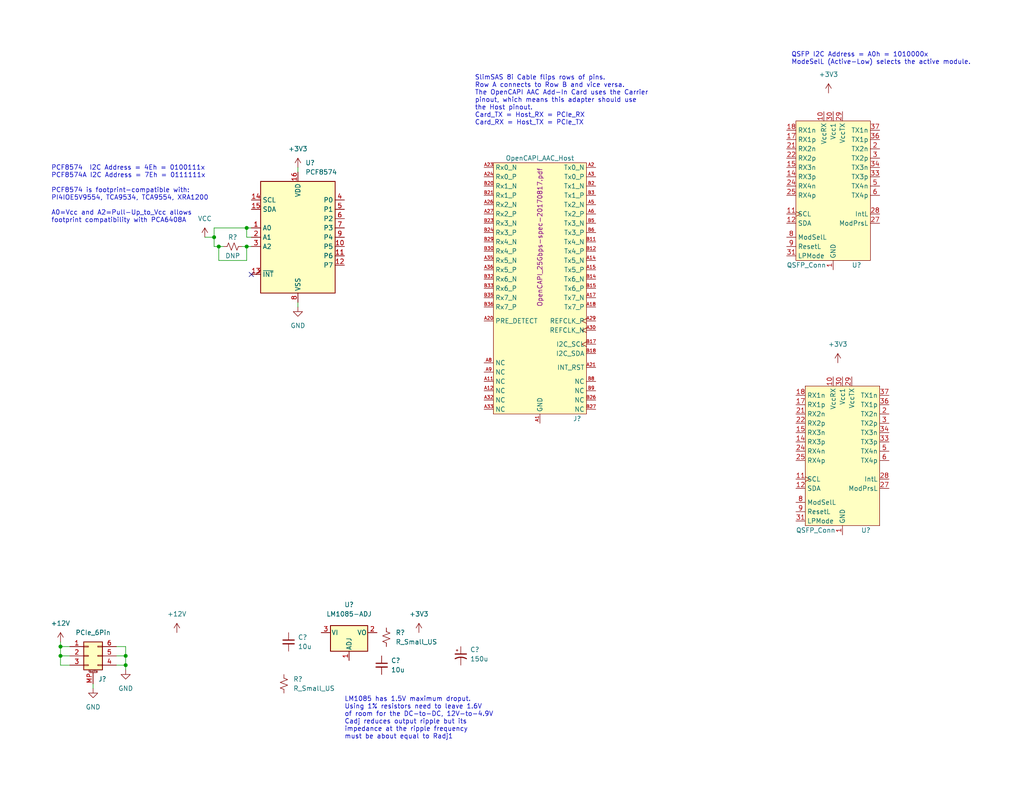
<source format=kicad_sch>
(kicad_sch (version 20211123) (generator eeschema)
  (paper "USLetter")
  (title_block (title "OpenCAPI to QSFP Adapter") (company "mwrnd") (comment 1 "github.com/mwrnd/OpenCAPI-to-QSFP_Adapter"))
  (lib_symbols
    (symbol "Connector_Generic_MountingPin:Conn_02x03_Counter_Clockwise_MountingPin" (pin_names (offset 1.016) hide)
      (property "Reference" "J" (at 1.27 5.08 0))
      (property "Value" "Conn_02x03_Counter_Clockwise_MountingPin" (at 2.54 -5.08 0))
      (symbol "Conn_02x03_Counter_Clockwise_MountingPin_1_1"
        (rectangle (start -1.27 -2.413) (end 0 -2.667) (stroke (width 0.1524)))
        (rectangle (start -1.27 0.127) (end 0 -0.127) (stroke (width 0.1524)))
        (rectangle (start -1.27 2.667) (end 0 2.413) (stroke (width 0.1524)))
        (rectangle (start -1.27 3.81) (end 3.81 -3.81) (stroke (width 0.254)) (fill (type background)))
        (polyline (pts (xy 0.254 -4.572) (xy 2.286 -4.572)) (stroke (width 0.1524)))
        (rectangle (start 3.81 -2.413) (end 2.54 -2.667) (stroke (width 0.1524)))
        (rectangle (start 3.81 0.127) (end 2.54 -0.127) (stroke (width 0.1524)))
        (rectangle (start 3.81 2.667) (end 2.54 2.413) (stroke (width 0.1524)))
        (text "Mounting" (at 1.27 -4.191 0) (effects (font (size 0.381 0.381))))
        (pin passive line (at -5.08 2.54 0) (length 3.81) (name "Pin_1") (number "1"))
        (pin passive line (at -5.08 0 0) (length 3.81) (name "Pin_2") (number "2"))
        (pin passive line (at -5.08 -2.54 0) (length 3.81) (name "Pin_3") (number "3"))
        (pin passive line (at 7.62 -2.54 180) (length 3.81) (name "Pin_4") (number "4"))
        (pin passive line (at 7.62 0 180) (length 3.81) (name "Pin_5") (number "5"))
        (pin passive line (at 7.62 2.54 180) (length 3.81) (name "Pin_6") (number "6"))
        (pin passive line (at 1.27 -7.62 90) (length 3.048) (name "MountPin") (number "MP"))
      )
    )
    (symbol "Device:C_Polarized_Small_US" (pin_numbers hide) (pin_names (offset 0.254) hide)
      (property "Reference" "C" (at 0.254 1.778 0))
      (property "Value" "C_Polarized_Small_US" (at 0.254 -2.032 0))
      (symbol "C_Polarized_Small_US_0_1"
        (polyline (pts (xy -1.524 0.508) (xy 1.524 0.508)) (stroke (width 0.3048)))
        (polyline (pts (xy -1.27 1.524) (xy -0.762 1.524)))
        (polyline (pts (xy -1.016 1.27) (xy -1.016 1.778)))
        (arc (start 1.524 -0.762) (mid 0 -0.3734) (end -1.524 -0.762) (stroke (width 0.3048)))
      )
      (symbol "C_Polarized_Small_US_1_1"
        (pin passive line (at 0 2.54 270) (length 2.032) (name "~") (number "1"))
        (pin passive line (at 0 -2.54 90) (length 2.032) (name "~") (number "2"))
      )
    )
    (symbol "Device:C_Small" (pin_numbers hide) (pin_names (offset 0.254) hide)
      (property "Reference" "C" (at 0.254 1.778 0))
      (property "Value" "C_Small" (at 0.254 -2.032 0))
      (symbol "C_Small_0_1"
        (polyline (pts (xy -1.524 -0.508) (xy 1.524 -0.508)) (stroke (width 0.3302)))
        (polyline (pts (xy -1.524 0.508) (xy 1.524 0.508)) (stroke (width 0.3048)))
      )
      (symbol "C_Small_1_1"
        (pin passive line (at 0 2.54 270) (length 2.032) (name "~") (number "1"))
        (pin passive line (at 0 -2.54 90) (length 2.032) (name "~") (number "2"))
      )
    )
    (symbol "Device:R_Small_US" (pin_numbers hide) (pin_names (offset 0.254) hide)
      (property "Reference" "R" (at 0.762 0.508 0))
      (property "Value" "R_Small_US" (at 0.762 -1.016 0))
      (symbol "R_Small_US_1_1"
        (polyline (pts (xy 0 0) (xy 1.016 -0.381) (xy 0 -0.762) (xy -1.016 -1.143) (xy 0 -1.524)))
        (polyline (pts (xy 0 1.524) (xy 1.016 1.143) (xy 0 0.762) (xy -1.016 0.381) (xy 0 0)))
        (pin passive line (at 0 2.54 270) (length 1.016) (name "~") (number "1"))
        (pin passive line (at 0 -2.54 90) (length 1.016) (name "~") (number "2"))
      )
    )
    (symbol "Interface_Expansion:PCF8574"
      (property "Reference" "U" (at -8.89 16.51 0))
      (property "Value" "PCF8574" (at 2.54 16.51 0))
      (symbol "PCF8574_0_1"
        (rectangle (start -10.16 15.24) (end 10.16 -15.24) (stroke (width 0.254)) (fill (type background)))
      )
      (symbol "PCF8574_1_1"
        (pin input line (at -12.7 2.54 0) (length 2.54) (name "A0") (number "1"))
        (pin bidirectional line (at 12.7 -2.54 180) (length 2.54) (name "P5") (number "10"))
        (pin bidirectional line (at 12.7 -5.08 180) (length 2.54) (name "P6") (number "11"))
        (pin bidirectional line (at 12.7 -7.62 180) (length 2.54) (name "P7") (number "12"))
        (pin open_collector output_low (at -12.7 -10.16 0) (length 2.54) (name "~{INT}") (number "13"))
        (pin input line (at -12.7 10.16 0) (length 2.54) (name "SCL") (number "14"))
        (pin bidirectional line (at -12.7 7.62 0) (length 2.54) (name "SDA") (number "15"))
        (pin power_in line (at 0 17.78 270) (length 2.54) (name "VDD") (number "16"))
        (pin input line (at -12.7 0 0) (length 2.54) (name "A1") (number "2"))
        (pin input line (at -12.7 -2.54 0) (length 2.54) (name "A2") (number "3"))
        (pin bidirectional line (at 12.7 10.16 180) (length 2.54) (name "P0") (number "4"))
        (pin bidirectional line (at 12.7 7.62 180) (length 2.54) (name "P1") (number "5"))
        (pin bidirectional line (at 12.7 5.08 180) (length 2.54) (name "P2") (number "6"))
        (pin bidirectional line (at 12.7 2.54 180) (length 2.54) (name "P3") (number "7"))
        (pin power_in line (at 0 -17.78 90) (length 2.54) (name "VSS") (number "8"))
        (pin bidirectional line (at 12.7 0 180) (length 2.54) (name "P4") (number "9"))
      )
    )
    (symbol "OpenCAPI_AAC:OpenCAPI_AAC_Host"
      (property "Reference" "J" (at 10.16 -35.56 0))
      (property "Value" "OpenCAPI_AAC_Host" (at 0 35.56 0))
      (property "Datasheet" "OpenCAPI_25Gbps-spec-20170817.pdf" (at 0 12.7 90))
      (symbol "OpenCAPI_AAC_Host_0_1"
        (rectangle (start -12.7 34.29) (end 12.7 -34.29) (fill (type background)))
      )
      (symbol "OpenCAPI_AAC_Host_1_1"
        (pin power_in line (at 0 -36.83 90) (length 2.54) (name "GND") (number "A1"))
        (pin passive line (at 0 -36.83 90) (length 2.54) hide (name "GND") (number "A10"))
        (pin unspecified line (at -15.24 -25.4 0) (length 2.54) (name "NC") (number "A11"))
        (pin unspecified line (at -15.24 -27.94 0) (length 2.54) (name "NC") (number "A12"))
        (pin passive line (at 0 -36.83 90) (length 2.54) hide (name "GND") (number "A13"))
        (pin output line (at 15.24 7.62 180) (length 2.54) (name "Tx5_N") (number "A14"))
        (pin output line (at 15.24 5.08 180) (length 2.54) (name "Tx5_P") (number "A15"))
        (pin passive line (at 0 -36.83 90) (length 2.54) hide (name "GND") (number "A16"))
        (pin output line (at 15.24 -2.54 180) (length 2.54) (name "Tx7_N") (number "A17"))
        (pin output line (at 15.24 -5.08 180) (length 2.54) (name "Tx7_P") (number "A18"))
        (pin passive line (at 0 -36.83 90) (length 2.54) hide (name "GND") (number "A19"))
        (pin output line (at 15.24 33.02 180) (length 2.54) (name "Tx0_N") (number "A2"))
        (pin input line (at -15.24 -8.89 0) (length 2.54) (name "PRE_DETECT") (number "A20"))
        (pin output line (at 15.24 -21.59 180) (length 2.54) (name "INT_RST") (number "A21"))
        (pin passive line (at 0 -36.83 90) (length 2.54) hide (name "GND") (number "A22"))
        (pin input line (at -15.24 33.02 0) (length 2.54) (name "Rx0_N") (number "A23"))
        (pin input line (at -15.24 30.48 0) (length 2.54) (name "Rx0_P") (number "A24"))
        (pin passive line (at 0 -36.83 90) (length 2.54) hide (name "GND") (number "A25"))
        (pin input line (at -15.24 22.86 0) (length 2.54) (name "Rx2_N") (number "A26"))
        (pin input line (at -15.24 20.32 0) (length 2.54) (name "Rx2_P") (number "A27"))
        (pin passive line (at 0 -36.83 90) (length 2.54) hide (name "GND") (number "A28"))
        (pin output clock (at 15.24 -8.89 180) (length 2.54) (name "REFCLK_P") (number "A29"))
        (pin output line (at 15.24 30.48 180) (length 2.54) (name "Tx0_P") (number "A3"))
        (pin output clock (at 15.24 -11.43 180) (length 2.54) (name "REFCLK_N") (number "A30"))
        (pin passive line (at 0 -36.83 90) (length 2.54) hide (name "GND") (number "A31"))
        (pin unspecified line (at -15.24 -30.48 0) (length 2.54) (name "NC") (number "A32"))
        (pin unspecified line (at -15.24 -33.02 0) (length 2.54) (name "NC") (number "A33"))
        (pin passive line (at 0 -36.83 90) (length 2.54) hide (name "GND") (number "A34"))
        (pin input line (at -15.24 7.62 0) (length 2.54) (name "Rx5_N") (number "A35"))
        (pin input line (at -15.24 5.08 0) (length 2.54) (name "Rx5_P") (number "A36"))
        (pin passive line (at 0 -36.83 90) (length 2.54) hide (name "GND") (number "A37"))
        (pin passive line (at 0 -36.83 90) (length 2.54) hide (name "GND") (number "A4"))
        (pin output line (at 15.24 22.86 180) (length 2.54) (name "Tx2_N") (number "A5"))
        (pin output line (at 15.24 20.32 180) (length 2.54) (name "Tx2_P") (number "A6"))
        (pin passive line (at 0 -36.83 90) (length 2.54) hide (name "GND") (number "A7"))
        (pin unspecified line (at -15.24 -20.32 0) (length 2.54) (name "NC") (number "A8"))
        (pin unspecified line (at -15.24 -22.86 0) (length 2.54) (name "NC") (number "A9"))
        (pin passive line (at 0 -36.83 90) (length 2.54) hide (name "GND") (number "B1"))
        (pin passive line (at 0 -36.83 90) (length 2.54) hide (name "GND") (number "B10"))
        (pin output line (at 15.24 12.7 180) (length 2.54) (name "Tx4_N") (number "B11"))
        (pin output line (at 15.24 10.16 180) (length 2.54) (name "Tx4_P") (number "B12"))
        (pin passive line (at 0 -36.83 90) (length 2.54) hide (name "GND") (number "B13"))
        (pin output line (at 15.24 2.54 180) (length 2.54) (name "Tx6_N") (number "B14"))
        (pin output line (at 15.24 0 180) (length 2.54) (name "Tx6_P") (number "B15"))
        (pin passive line (at 0 -36.83 90) (length 2.54) hide (name "GND") (number "B16"))
        (pin output clock (at 15.24 -15.24 180) (length 2.54) (name "I2C_SCL") (number "B17"))
        (pin bidirectional line (at 15.24 -17.78 180) (length 2.54) (name "I2C_SDA") (number "B18"))
        (pin passive line (at 0 -36.83 90) (length 2.54) hide (name "GND") (number "B19"))
        (pin output line (at 15.24 27.94 180) (length 2.54) (name "Tx1_N") (number "B2"))
        (pin input line (at -15.24 27.94 0) (length 2.54) (name "Rx1_N") (number "B20"))
        (pin input line (at -15.24 25.4 0) (length 2.54) (name "Rx1_P") (number "B21"))
        (pin passive line (at 0 -36.83 90) (length 2.54) hide (name "GND") (number "B22"))
        (pin input line (at -15.24 17.78 0) (length 2.54) (name "Rx3_N") (number "B23"))
        (pin input line (at -15.24 15.24 0) (length 2.54) (name "Rx3_P") (number "B24"))
        (pin passive line (at 0 -36.83 90) (length 2.54) hide (name "GND") (number "B25"))
        (pin unspecified line (at 15.24 -30.48 180) (length 2.54) (name "NC") (number "B26"))
        (pin unspecified line (at 15.24 -33.02 180) (length 2.54) (name "NC") (number "B27"))
        (pin passive line (at 0 -36.83 90) (length 2.54) hide (name "GND") (number "B28"))
        (pin input line (at -15.24 12.7 0) (length 2.54) (name "Rx4_N") (number "B29"))
        (pin output line (at 15.24 25.4 180) (length 2.54) (name "Tx1_P") (number "B3"))
        (pin input line (at -15.24 10.16 0) (length 2.54) (name "Rx4_P") (number "B30"))
        (pin passive line (at 0 -36.83 90) (length 2.54) hide (name "GND") (number "B31"))
        (pin input line (at -15.24 2.54 0) (length 2.54) (name "Rx6_N") (number "B32"))
        (pin input line (at -15.24 0 0) (length 2.54) (name "Rx6_P") (number "B33"))
        (pin passive line (at 0 -36.83 90) (length 2.54) hide (name "GND") (number "B34"))
        (pin input line (at -15.24 -2.54 0) (length 2.54) (name "Rx7_N") (number "B35"))
        (pin input line (at -15.24 -5.08 0) (length 2.54) (name "Rx7_P") (number "B36"))
        (pin passive line (at 0 -36.83 90) (length 2.54) hide (name "GND") (number "B37"))
        (pin passive line (at 0 -36.83 90) (length 2.54) hide (name "GND") (number "B4"))
        (pin output line (at 15.24 17.78 180) (length 2.54) (name "Tx3_N") (number "B5"))
        (pin output line (at 15.24 15.24 180) (length 2.54) (name "Tx3_P") (number "B6"))
        (pin passive line (at 0 -36.83 90) (length 2.54) hide (name "GND") (number "B7"))
        (pin unspecified line (at 15.24 -25.4 180) (length 2.54) (name "NC") (number "B8"))
        (pin unspecified line (at 15.24 -27.94 180) (length 2.54) (name "NC") (number "B9"))
      )
    )
    (symbol "QSFP:QSFP_Conn"
      (property "Reference" "U" (at 7.62 -20.32 0))
      (property "Value" "QSFP_Conn" (at -7.62 -20.32 0))
      (symbol "QSFP_Conn_0_1"
        (rectangle (start 10.16 19.05) (end -10.16 -19.05) (fill (type background)))
      )
      (symbol "QSFP_Conn_1_1"
        (pin power_in line (at 0 -21.59 90) (length 2.54) (name "GND") (number "1"))
        (pin power_in line (at -2.54 21.59 270) (length 2.54) (name "VccRX") (number "10"))
        (pin input clock (at -12.7 -6.35 0) (length 2.54) (name "SCL") (number "11"))
        (pin bidirectional line (at -12.7 -8.89 0) (length 2.54) (name "SDA") (number "12"))
        (pin passive line (at 0 -21.59 90) (length 2.54) hide (name "GND") (number "13"))
        (pin input line (at -12.7 3.81 0) (length 2.54) (name "RX3p") (number "14"))
        (pin input line (at -12.7 6.35 0) (length 2.54) (name "RX3n") (number "15"))
        (pin passive line (at 0 -21.59 90) (length 2.54) hide (name "GND") (number "16"))
        (pin input line (at -12.7 13.97 0) (length 2.54) (name "RX1p") (number "17"))
        (pin input line (at -12.7 16.51 0) (length 2.54) (name "RX1n") (number "18"))
        (pin passive line (at 0 -21.59 90) (length 2.54) hide (name "GND") (number "19"))
        (pin output line (at 12.7 11.43 180) (length 2.54) (name "TX2n") (number "2"))
        (pin passive line (at 0 -21.59 90) (length 2.54) hide (name "GND") (number "20"))
        (pin input line (at -12.7 11.43 0) (length 2.54) (name "RX2n") (number "21"))
        (pin input line (at -12.7 8.89 0) (length 2.54) (name "RX2p") (number "22"))
        (pin passive line (at 0 -21.59 90) (length 2.54) hide (name "GND") (number "23"))
        (pin input line (at -12.7 1.27 0) (length 2.54) (name "RX4n") (number "24"))
        (pin input line (at -12.7 -1.27 0) (length 2.54) (name "RX4p") (number "25"))
        (pin passive line (at 0 -21.59 90) (length 2.54) hide (name "GND") (number "26"))
        (pin passive line (at 12.7 -8.89 180) (length 2.54) (name "ModPrsL") (number "27"))
        (pin output line (at 12.7 -6.35 180) (length 2.54) (name "IntL") (number "28"))
        (pin power_in line (at 2.54 21.59 270) (length 2.54) (name "VccTX") (number "29"))
        (pin output line (at 12.7 8.89 180) (length 2.54) (name "TX2p") (number "3"))
        (pin power_in line (at 0 21.59 270) (length 2.54) (name "Vcc1") (number "30"))
        (pin input line (at -12.7 -17.78 0) (length 2.54) (name "LPMode") (number "31"))
        (pin passive line (at 0 -21.59 90) (length 2.54) hide (name "GND") (number "32"))
        (pin output line (at 12.7 3.81 180) (length 2.54) (name "TX3p") (number "33"))
        (pin output line (at 12.7 6.35 180) (length 2.54) (name "TX3n") (number "34"))
        (pin passive line (at 0 -21.59 90) (length 2.54) hide (name "GND") (number "35"))
        (pin output line (at 12.7 13.97 180) (length 2.54) (name "TX1p") (number "36"))
        (pin output line (at 12.7 16.51 180) (length 2.54) (name "TX1n") (number "37"))
        (pin passive line (at 0 -21.59 90) (length 2.54) hide (name "GND") (number "38"))
        (pin passive line (at 0 -21.59 90) (length 2.54) hide (name "GND") (number "4"))
        (pin output line (at 12.7 1.27 180) (length 2.54) (name "TX4n") (number "5"))
        (pin output line (at 12.7 -1.27 180) (length 2.54) (name "TX4p") (number "6"))
        (pin passive line (at 0 -21.59 90) (length 2.54) hide (name "GND") (number "7"))
        (pin input line (at -12.7 -12.7 0) (length 2.54) (name "ModSelL") (number "8"))
        (pin input line (at -12.7 -15.24 0) (length 2.54) (name "ResetL") (number "9"))
      )
    )
    (symbol "Regulator_Linear:LM1085-ADJ" (pin_names (offset 0.254))
      (property "Reference" "U" (at -3.81 3.175 0))
      (property "Value" "LM1085-ADJ" (at 0 3.175 0))
      (symbol "LM1085-ADJ_0_1"
        (rectangle (start -5.08 1.905) (end 5.08 -5.08) (stroke (width 0.254)) (fill (type background)))
      )
      (symbol "LM1085-ADJ_1_1"
        (pin input line (at 0 -7.62 90) (length 2.54) (name "ADJ") (number "1"))
        (pin power_out line (at 7.62 0 180) (length 2.54) (name "VO") (number "2"))
        (pin power_in line (at -7.62 0 0) (length 2.54) (name "VI") (number "3"))
      )
    )
    (symbol "power:+12V" (power) (pin_names (offset 0))
      (property "Value" "+12V" (at 0 3.556 0))
      (symbol "+12V_0_1"
        (polyline (pts (xy -0.762 1.27) (xy 0 2.54)))
        (polyline (pts (xy 0 0) (xy 0 2.54)))
        (polyline (pts (xy 0 2.54) (xy 0.762 1.27)))
      )
      (symbol "+12V_1_1"
        (pin power_in line (at 0 0 90) (length 0) hide (name "+12V") (number "1"))
      )
    )
    (symbol "power:+3V3" (power) (pin_names (offset 0))
      (property "Value" "+3V3" (at 0 3.556 0))
      (symbol "+3V3_0_1"
        (polyline (pts (xy -0.762 1.27) (xy 0 2.54)))
        (polyline (pts (xy 0 0) (xy 0 2.54)))
        (polyline (pts (xy 0 2.54) (xy 0.762 1.27)))
      )
      (symbol "+3V3_1_1"
        (pin power_in line (at 0 0 90) (length 0) hide (name "+3V3") (number "1"))
      )
    )
    (symbol "power:GND" (power) (pin_names (offset 0))
      (property "Value" "GND" (at 0 -3.81 0))
      (symbol "GND_0_1"
        (polyline (pts (xy 0 0) (xy 0 -1.27) (xy 1.27 -1.27) (xy 0 -2.54) (xy -1.27 -1.27) (xy 0 -1.27)))
      )
      (symbol "GND_1_1"
        (pin power_in line (at 0 0 270) (length 0) hide (name "GND") (number "1"))
      )
    )
    (symbol "power:VCC" (power) (pin_names (offset 0))
      (property "Value" "VCC" (at 0 3.81 0))
      (symbol "VCC_0_1"
        (polyline (pts (xy -0.762 1.27) (xy 0 2.54)))
        (polyline (pts (xy 0 0) (xy 0 2.54)))
        (polyline (pts (xy 0 2.54) (xy 0.762 1.27)))
      )
      (symbol "VCC_1_1"
        (pin power_in line (at 0 0 90) (length 0) hide (name "VCC") (number "1"))
      )
    )
  )
  (junction (at 16.51 179.07))
  (junction (at 34.29 181.61))
  (junction (at 58.42 64.77))
  (junction (at 34.29 179.07))
  (junction (at 16.51 176.53))
  (junction (at 59.69 67.31))
  (junction (at 67.31 67.31))
  (junction (at 67.31 62.23))
  (no_connect (at 68.58 74.93))
  (wire (pts (xy 58.42 64.77) (xy 58.42 62.23)))
  (wire (pts (xy 31.75 176.53) (xy 34.29 176.53)))
  (wire (pts (xy 58.42 62.23) (xy 67.31 62.23)))
  (wire (pts (xy 67.31 62.23) (xy 67.31 64.77)))
  (wire (pts (xy 34.29 179.07) (xy 34.29 181.61)))
  (wire (pts (xy 16.51 179.07) (xy 19.05 179.07)))
  (wire (pts (xy 59.69 71.12) (xy 67.31 71.12)))
  (wire (pts (xy 67.31 67.31) (xy 68.58 67.31)))
  (wire (pts (xy 16.51 179.07) (xy 16.51 181.61)))
  (wire (pts (xy 19.05 176.53) (xy 16.51 176.53)))
  (wire (pts (xy 67.31 71.12) (xy 67.31 67.31)))
  (wire (pts (xy 66.04 67.31) (xy 67.31 67.31)))
  (wire (pts (xy 81.28 45.72) (xy 81.28 46.99)))
  (wire (pts (xy 34.29 181.61) (xy 34.29 182.88)))
  (wire (pts (xy 16.51 176.53) (xy 16.51 179.07)))
  (wire (pts (xy 16.51 181.61) (xy 19.05 181.61)))
  (wire (pts (xy 55.88 64.77) (xy 58.42 64.77)))
  (wire (pts (xy 16.51 175.26) (xy 16.51 176.53)))
  (wire (pts (xy 59.69 67.31) (xy 59.69 71.12)))
  (wire (pts (xy 59.69 67.31) (xy 58.42 67.31)))
  (wire (pts (xy 58.42 67.31) (xy 58.42 64.77)))
  (wire (pts (xy 60.96 67.31) (xy 59.69 67.31)))
  (wire (pts (xy 67.31 62.23) (xy 68.58 62.23)))
  (wire (pts (xy 34.29 176.53) (xy 34.29 179.07)))
  (wire (pts (xy 25.4 186.69) (xy 25.4 187.96)))
  (wire (pts (xy 68.58 64.77) (xy 67.31 64.77)))
  (wire (pts (xy 81.28 82.55) (xy 81.28 83.82)))
  (wire (pts (xy 31.75 181.61) (xy 34.29 181.61)))
  (wire (pts (xy 31.75 179.07) (xy 34.29 179.07)))
  (text "SlimSAS 8i Cable flips rows of pins.\nRow A connects to Row B and vice versa.\nThe OpenCAPI AAC Add-In Card uses the Carrier\npinout, which means this adapter should use\nthe Host pinout.\nCard_TX = Host_RX = PCIe_RX\nCard_RX = Host_TX = PCIe_TX" (at 129.54 34.29 0) (effects (font (size 1.27 1.27)) (justify left bottom)))
  (text "QSFP I2C Address = A0h = 1010000x\nModeSelL (Active-Low) selects the active module." (at 215.9 17.78 0) (effects (font (size 1.27 1.27)) (justify left bottom)))
  (text "LM1085 has 1.5V maximum droput.\nUsing 1% resistors need to leave 1.6V\nof room for the DC-to-DC, 12V-to-4.9V\nCadj reduces output ripple but its\nimpedance at the ripple frequency\nmust be about equal to Radj1" (at 93.98 201.93 0) (effects (font (size 1.27 1.27)) (justify left bottom)))
  (text "PCF8574  I2C Address = 4Eh = 0100111x\nPCF8574A I2C Address = 7Eh = 0111111x\n\nPCF8574 is footprint-compatible with:\nPI4IOE5V9554, TCA9534, TCA9554, XRA1200\n\nA0=Vcc and A2=Pull-Up_to_Vcc allows\nfootprint compatibility with PCA6408A" (at 13.97 60.96 0) (effects (font (size 1.27 1.27)) (justify left bottom)))
  (symbol (lib_id "Device:R_Small_US") (at 77.47 186.69 0) (unit 1)
    (property "Reference" "R?" (at 80.01 185.4199 0) (effects (justify left)))
    (property "Value" "R_Small_US" (at 80.01 187.9599 0) (effects (justify left)))
  )
  (symbol (lib_id "power:GND") (at 25.4 187.96 0) (unit 1)
    (property "Reference" "#PWR?" (effects hide))
    (property "Value" "GND" (at 25.4 193.04 0))
  )
  (symbol (lib_id "QSFP:QSFP_Conn") (at 227.33 52.07 0) (unit 1)
    (property "Reference" "U?" (at 232.41 72.39 0) (effects (justify left)))
    (property "Value" "QSFP_Conn" (at 214.63 72.39 0) (effects (justify left)))
  )
  (symbol (lib_id "power:+12V") (at 16.51 175.26 0) (unit 1)
    (property "Reference" "#PWR?" (effects hide))
    (property "Value" "+12V" (at 16.51 170.18 0))
  )
  (symbol (lib_id "power:+3V3") (at 114.3 172.72 0) (unit 1)
    (property "Reference" "#PWR?" (effects hide))
    (property "Value" "+3V3" (at 114.3 167.64 0))
  )
  (symbol (lib_id "power:GND") (at 34.29 182.88 0) (unit 1)
    (property "Reference" "#PWR?" (effects hide))
    (property "Value" "GND" (at 34.29 187.96 0))
  )
  (symbol (lib_id "Interface_Expansion:PCF8574") (at 81.28 64.77 0) (unit 1)
    (property "Reference" "U?" (at 83.2994 44.45 0) (effects (justify left)))
    (property "Value" "PCF8574" (at 83.2994 46.99 0) (effects (justify left)))
    (property "Datasheet" "http://www.nxp.com/documents/data_sheet/PCF8574_PCF8574A.pdf" (effects hide))
  )
  (symbol (lib_id "Device:C_Small") (at 78.74 175.26 0) (unit 1)
    (property "Reference" "C?" (at 81.28 173.9962 0) (effects (justify left)))
    (property "Value" "10u" (at 81.28 176.5362 0) (effects (justify left)))
  )
  (symbol (lib_id "power:+3V3") (at 228.6 99.06 0) (unit 1)
    (property "Reference" "#PWR?" (effects hide))
    (property "Value" "+3V3" (at 228.6 93.98 0))
  )
  (symbol (lib_id "Connector_Generic_MountingPin:Conn_02x03_Counter_Clockwise_MountingPin") (at 24.13 179.07 0) (unit 1)
    (property "Reference" "J?" (at 27.94 185.42 0))
    (property "Value" "PCIe_6Pin" (at 25.4 172.72 0))
  )
  (symbol (lib_id "Regulator_Linear:LM1085-ADJ") (at 95.25 172.72 0) (unit 1)
    (property "Reference" "U?" (at 95.25 165.1 0))
    (property "Value" "LM1085-ADJ" (at 95.25 167.64 0))
    (property "Datasheet" "http://www.ti.com/lit/ds/symlink/lm1085.pdf" (effects hide))
  )
  (symbol (lib_id "Device:R_Small_US") (at 105.41 173.99 0) (unit 1)
    (property "Reference" "R?" (at 107.95 172.7199 0) (effects (justify left)))
    (property "Value" "R_Small_US" (at 107.95 175.2599 0) (effects (justify left)))
  )
  (symbol (lib_id "Device:C_Polarized_Small_US") (at 125.73 179.07 0) (unit 1)
    (property "Reference" "C?" (at 128.27 177.3681 0) (effects (justify left)))
    (property "Value" "150u" (at 128.27 179.9081 0) (effects (justify left)))
  )
  (symbol (lib_id "Device:C_Small") (at 104.14 181.61 0) (unit 1)
    (property "Reference" "C?" (at 106.68 180.3462 0) (effects (justify left)))
    (property "Value" "10u" (at 106.68 182.8862 0) (effects (justify left)))
  )
  (symbol (lib_id "power:VCC") (at 55.88 64.77 0) (unit 1)
    (property "Reference" "#PWR?" (effects hide))
    (property "Value" "VCC" (at 55.88 59.69 0))
  )
  (symbol (lib_id "Device:R_Small_US") (at 63.5 67.31 270) (unit 1)
    (property "Reference" "R?" (at 63.5 64.77 90))
    (property "Value" "DNP" (at 63.5 69.85 90))
  )
  (symbol (lib_id "QSFP:QSFP_Conn") (at 229.87 124.46 0) (unit 1)
    (property "Reference" "U?" (at 234.95 144.78 0) (effects (justify left)))
    (property "Value" "QSFP_Conn" (at 217.17 144.78 0) (effects (justify left)))
  )
  (symbol (lib_id "power:GND") (at 81.28 83.82 0) (unit 1)
    (property "Reference" "#PWR?" (effects hide))
    (property "Value" "GND" (at 81.28 88.9 0))
  )
  (symbol (lib_id "power:+3V3") (at 226.06 25.4 0) (unit 1)
    (property "Reference" "#PWR?" (effects hide))
    (property "Value" "+3V3" (at 226.06 20.32 0))
  )
  (symbol (lib_id "power:+3V3") (at 81.28 45.72 0) (unit 1)
    (property "Reference" "#PWR?" (effects hide))
    (property "Value" "+3V3" (at 81.28 40.64 0))
  )
  (symbol (lib_id "power:+12V") (at 48.26 172.72 0) (unit 1)
    (property "Reference" "#PWR?" (effects hide))
    (property "Value" "+12V" (at 48.26 167.64 0))
  )
  (symbol (lib_id "OpenCAPI_AAC:OpenCAPI_AAC_Host") (at 147.32 78.74 0) (unit 1)
    (property "Reference" "J?" (at 157.48 114.3 0))
    (property "Value" "OpenCAPI_AAC_Host" (at 147.32 43.18 0))
    (property "Datasheet" "OpenCAPI_25Gbps-spec-20170817.pdf" (at 147.32 64.77 90))
  )
)
</source>
